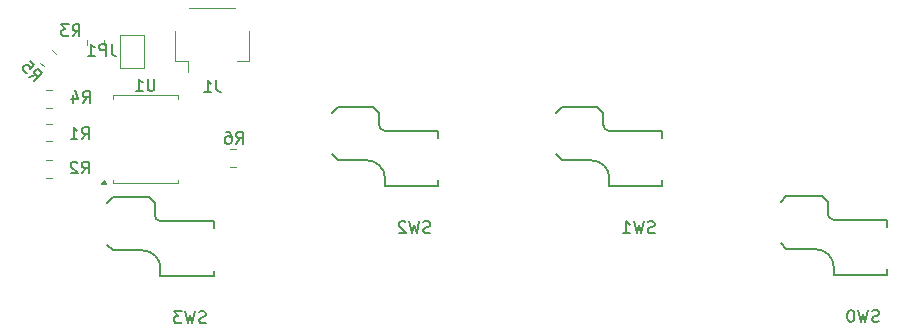
<source format=gbr>
%TF.GenerationSoftware,KiCad,Pcbnew,9.0.0*%
%TF.CreationDate,2025-04-27T09:25:50-07:00*%
%TF.ProjectId,c7k-rt,63376b2d-7274-42e6-9b69-6361645f7063,rev?*%
%TF.SameCoordinates,Original*%
%TF.FileFunction,Legend,Bot*%
%TF.FilePolarity,Positive*%
%FSLAX46Y46*%
G04 Gerber Fmt 4.6, Leading zero omitted, Abs format (unit mm)*
G04 Created by KiCad (PCBNEW 9.0.0) date 2025-04-27 09:25:50*
%MOMM*%
%LPD*%
G01*
G04 APERTURE LIST*
%ADD10C,0.150000*%
%ADD11C,0.120000*%
G04 APERTURE END LIST*
D10*
X245533332Y-97257200D02*
X245390475Y-97304819D01*
X245390475Y-97304819D02*
X245152380Y-97304819D01*
X245152380Y-97304819D02*
X245057142Y-97257200D01*
X245057142Y-97257200D02*
X245009523Y-97209580D01*
X245009523Y-97209580D02*
X244961904Y-97114342D01*
X244961904Y-97114342D02*
X244961904Y-97019104D01*
X244961904Y-97019104D02*
X245009523Y-96923866D01*
X245009523Y-96923866D02*
X245057142Y-96876247D01*
X245057142Y-96876247D02*
X245152380Y-96828628D01*
X245152380Y-96828628D02*
X245342856Y-96781009D01*
X245342856Y-96781009D02*
X245438094Y-96733390D01*
X245438094Y-96733390D02*
X245485713Y-96685771D01*
X245485713Y-96685771D02*
X245533332Y-96590533D01*
X245533332Y-96590533D02*
X245533332Y-96495295D01*
X245533332Y-96495295D02*
X245485713Y-96400057D01*
X245485713Y-96400057D02*
X245438094Y-96352438D01*
X245438094Y-96352438D02*
X245342856Y-96304819D01*
X245342856Y-96304819D02*
X245104761Y-96304819D01*
X245104761Y-96304819D02*
X244961904Y-96352438D01*
X244628570Y-96304819D02*
X244390475Y-97304819D01*
X244390475Y-97304819D02*
X244199999Y-96590533D01*
X244199999Y-96590533D02*
X244009523Y-97304819D01*
X244009523Y-97304819D02*
X243771428Y-96304819D01*
X243199999Y-96304819D02*
X243104761Y-96304819D01*
X243104761Y-96304819D02*
X243009523Y-96352438D01*
X243009523Y-96352438D02*
X242961904Y-96400057D01*
X242961904Y-96400057D02*
X242914285Y-96495295D01*
X242914285Y-96495295D02*
X242866666Y-96685771D01*
X242866666Y-96685771D02*
X242866666Y-96923866D01*
X242866666Y-96923866D02*
X242914285Y-97114342D01*
X242914285Y-97114342D02*
X242961904Y-97209580D01*
X242961904Y-97209580D02*
X243009523Y-97257200D01*
X243009523Y-97257200D02*
X243104761Y-97304819D01*
X243104761Y-97304819D02*
X243199999Y-97304819D01*
X243199999Y-97304819D02*
X243295237Y-97257200D01*
X243295237Y-97257200D02*
X243342856Y-97209580D01*
X243342856Y-97209580D02*
X243390475Y-97114342D01*
X243390475Y-97114342D02*
X243438094Y-96923866D01*
X243438094Y-96923866D02*
X243438094Y-96685771D01*
X243438094Y-96685771D02*
X243390475Y-96495295D01*
X243390475Y-96495295D02*
X243342856Y-96400057D01*
X243342856Y-96400057D02*
X243295237Y-96352438D01*
X243295237Y-96352438D02*
X243199999Y-96304819D01*
X207533332Y-89727200D02*
X207390475Y-89774819D01*
X207390475Y-89774819D02*
X207152380Y-89774819D01*
X207152380Y-89774819D02*
X207057142Y-89727200D01*
X207057142Y-89727200D02*
X207009523Y-89679580D01*
X207009523Y-89679580D02*
X206961904Y-89584342D01*
X206961904Y-89584342D02*
X206961904Y-89489104D01*
X206961904Y-89489104D02*
X207009523Y-89393866D01*
X207009523Y-89393866D02*
X207057142Y-89346247D01*
X207057142Y-89346247D02*
X207152380Y-89298628D01*
X207152380Y-89298628D02*
X207342856Y-89251009D01*
X207342856Y-89251009D02*
X207438094Y-89203390D01*
X207438094Y-89203390D02*
X207485713Y-89155771D01*
X207485713Y-89155771D02*
X207533332Y-89060533D01*
X207533332Y-89060533D02*
X207533332Y-88965295D01*
X207533332Y-88965295D02*
X207485713Y-88870057D01*
X207485713Y-88870057D02*
X207438094Y-88822438D01*
X207438094Y-88822438D02*
X207342856Y-88774819D01*
X207342856Y-88774819D02*
X207104761Y-88774819D01*
X207104761Y-88774819D02*
X206961904Y-88822438D01*
X206628570Y-88774819D02*
X206390475Y-89774819D01*
X206390475Y-89774819D02*
X206199999Y-89060533D01*
X206199999Y-89060533D02*
X206009523Y-89774819D01*
X206009523Y-89774819D02*
X205771428Y-88774819D01*
X205438094Y-88870057D02*
X205390475Y-88822438D01*
X205390475Y-88822438D02*
X205295237Y-88774819D01*
X205295237Y-88774819D02*
X205057142Y-88774819D01*
X205057142Y-88774819D02*
X204961904Y-88822438D01*
X204961904Y-88822438D02*
X204914285Y-88870057D01*
X204914285Y-88870057D02*
X204866666Y-88965295D01*
X204866666Y-88965295D02*
X204866666Y-89060533D01*
X204866666Y-89060533D02*
X204914285Y-89203390D01*
X204914285Y-89203390D02*
X205485713Y-89774819D01*
X205485713Y-89774819D02*
X204866666Y-89774819D01*
X188533332Y-97357200D02*
X188390475Y-97404819D01*
X188390475Y-97404819D02*
X188152380Y-97404819D01*
X188152380Y-97404819D02*
X188057142Y-97357200D01*
X188057142Y-97357200D02*
X188009523Y-97309580D01*
X188009523Y-97309580D02*
X187961904Y-97214342D01*
X187961904Y-97214342D02*
X187961904Y-97119104D01*
X187961904Y-97119104D02*
X188009523Y-97023866D01*
X188009523Y-97023866D02*
X188057142Y-96976247D01*
X188057142Y-96976247D02*
X188152380Y-96928628D01*
X188152380Y-96928628D02*
X188342856Y-96881009D01*
X188342856Y-96881009D02*
X188438094Y-96833390D01*
X188438094Y-96833390D02*
X188485713Y-96785771D01*
X188485713Y-96785771D02*
X188533332Y-96690533D01*
X188533332Y-96690533D02*
X188533332Y-96595295D01*
X188533332Y-96595295D02*
X188485713Y-96500057D01*
X188485713Y-96500057D02*
X188438094Y-96452438D01*
X188438094Y-96452438D02*
X188342856Y-96404819D01*
X188342856Y-96404819D02*
X188104761Y-96404819D01*
X188104761Y-96404819D02*
X187961904Y-96452438D01*
X187628570Y-96404819D02*
X187390475Y-97404819D01*
X187390475Y-97404819D02*
X187199999Y-96690533D01*
X187199999Y-96690533D02*
X187009523Y-97404819D01*
X187009523Y-97404819D02*
X186771428Y-96404819D01*
X186485713Y-96404819D02*
X185866666Y-96404819D01*
X185866666Y-96404819D02*
X186199999Y-96785771D01*
X186199999Y-96785771D02*
X186057142Y-96785771D01*
X186057142Y-96785771D02*
X185961904Y-96833390D01*
X185961904Y-96833390D02*
X185914285Y-96881009D01*
X185914285Y-96881009D02*
X185866666Y-96976247D01*
X185866666Y-96976247D02*
X185866666Y-97214342D01*
X185866666Y-97214342D02*
X185914285Y-97309580D01*
X185914285Y-97309580D02*
X185961904Y-97357200D01*
X185961904Y-97357200D02*
X186057142Y-97404819D01*
X186057142Y-97404819D02*
X186342856Y-97404819D01*
X186342856Y-97404819D02*
X186438094Y-97357200D01*
X186438094Y-97357200D02*
X186485713Y-97309580D01*
X226533332Y-89727200D02*
X226390475Y-89774819D01*
X226390475Y-89774819D02*
X226152380Y-89774819D01*
X226152380Y-89774819D02*
X226057142Y-89727200D01*
X226057142Y-89727200D02*
X226009523Y-89679580D01*
X226009523Y-89679580D02*
X225961904Y-89584342D01*
X225961904Y-89584342D02*
X225961904Y-89489104D01*
X225961904Y-89489104D02*
X226009523Y-89393866D01*
X226009523Y-89393866D02*
X226057142Y-89346247D01*
X226057142Y-89346247D02*
X226152380Y-89298628D01*
X226152380Y-89298628D02*
X226342856Y-89251009D01*
X226342856Y-89251009D02*
X226438094Y-89203390D01*
X226438094Y-89203390D02*
X226485713Y-89155771D01*
X226485713Y-89155771D02*
X226533332Y-89060533D01*
X226533332Y-89060533D02*
X226533332Y-88965295D01*
X226533332Y-88965295D02*
X226485713Y-88870057D01*
X226485713Y-88870057D02*
X226438094Y-88822438D01*
X226438094Y-88822438D02*
X226342856Y-88774819D01*
X226342856Y-88774819D02*
X226104761Y-88774819D01*
X226104761Y-88774819D02*
X225961904Y-88822438D01*
X225628570Y-88774819D02*
X225390475Y-89774819D01*
X225390475Y-89774819D02*
X225199999Y-89060533D01*
X225199999Y-89060533D02*
X225009523Y-89774819D01*
X225009523Y-89774819D02*
X224771428Y-88774819D01*
X223866666Y-89774819D02*
X224438094Y-89774819D01*
X224152380Y-89774819D02*
X224152380Y-88774819D01*
X224152380Y-88774819D02*
X224247618Y-88917676D01*
X224247618Y-88917676D02*
X224342856Y-89012914D01*
X224342856Y-89012914D02*
X224438094Y-89060533D01*
X180563333Y-73769819D02*
X180563333Y-74484104D01*
X180563333Y-74484104D02*
X180610952Y-74626961D01*
X180610952Y-74626961D02*
X180706190Y-74722200D01*
X180706190Y-74722200D02*
X180849047Y-74769819D01*
X180849047Y-74769819D02*
X180944285Y-74769819D01*
X180087142Y-74769819D02*
X180087142Y-73769819D01*
X180087142Y-73769819D02*
X179706190Y-73769819D01*
X179706190Y-73769819D02*
X179610952Y-73817438D01*
X179610952Y-73817438D02*
X179563333Y-73865057D01*
X179563333Y-73865057D02*
X179515714Y-73960295D01*
X179515714Y-73960295D02*
X179515714Y-74103152D01*
X179515714Y-74103152D02*
X179563333Y-74198390D01*
X179563333Y-74198390D02*
X179610952Y-74246009D01*
X179610952Y-74246009D02*
X179706190Y-74293628D01*
X179706190Y-74293628D02*
X180087142Y-74293628D01*
X178563333Y-74769819D02*
X179134761Y-74769819D01*
X178849047Y-74769819D02*
X178849047Y-73769819D01*
X178849047Y-73769819D02*
X178944285Y-73912676D01*
X178944285Y-73912676D02*
X179039523Y-74007914D01*
X179039523Y-74007914D02*
X179134761Y-74055533D01*
X178040293Y-81824819D02*
X178373626Y-81348628D01*
X178611721Y-81824819D02*
X178611721Y-80824819D01*
X178611721Y-80824819D02*
X178230769Y-80824819D01*
X178230769Y-80824819D02*
X178135531Y-80872438D01*
X178135531Y-80872438D02*
X178087912Y-80920057D01*
X178087912Y-80920057D02*
X178040293Y-81015295D01*
X178040293Y-81015295D02*
X178040293Y-81158152D01*
X178040293Y-81158152D02*
X178087912Y-81253390D01*
X178087912Y-81253390D02*
X178135531Y-81301009D01*
X178135531Y-81301009D02*
X178230769Y-81348628D01*
X178230769Y-81348628D02*
X178611721Y-81348628D01*
X177087912Y-81824819D02*
X177659340Y-81824819D01*
X177373626Y-81824819D02*
X177373626Y-80824819D01*
X177373626Y-80824819D02*
X177468864Y-80967676D01*
X177468864Y-80967676D02*
X177564102Y-81062914D01*
X177564102Y-81062914D02*
X177659340Y-81110533D01*
X184191904Y-76734819D02*
X184191904Y-77544342D01*
X184191904Y-77544342D02*
X184144285Y-77639580D01*
X184144285Y-77639580D02*
X184096666Y-77687200D01*
X184096666Y-77687200D02*
X184001428Y-77734819D01*
X184001428Y-77734819D02*
X183810952Y-77734819D01*
X183810952Y-77734819D02*
X183715714Y-77687200D01*
X183715714Y-77687200D02*
X183668095Y-77639580D01*
X183668095Y-77639580D02*
X183620476Y-77544342D01*
X183620476Y-77544342D02*
X183620476Y-76734819D01*
X182620476Y-77734819D02*
X183191904Y-77734819D01*
X182906190Y-77734819D02*
X182906190Y-76734819D01*
X182906190Y-76734819D02*
X183001428Y-76877676D01*
X183001428Y-76877676D02*
X183096666Y-76972914D01*
X183096666Y-76972914D02*
X183191904Y-77020533D01*
X177266666Y-73114819D02*
X177599999Y-72638628D01*
X177838094Y-73114819D02*
X177838094Y-72114819D01*
X177838094Y-72114819D02*
X177457142Y-72114819D01*
X177457142Y-72114819D02*
X177361904Y-72162438D01*
X177361904Y-72162438D02*
X177314285Y-72210057D01*
X177314285Y-72210057D02*
X177266666Y-72305295D01*
X177266666Y-72305295D02*
X177266666Y-72448152D01*
X177266666Y-72448152D02*
X177314285Y-72543390D01*
X177314285Y-72543390D02*
X177361904Y-72591009D01*
X177361904Y-72591009D02*
X177457142Y-72638628D01*
X177457142Y-72638628D02*
X177838094Y-72638628D01*
X176933332Y-72114819D02*
X176314285Y-72114819D01*
X176314285Y-72114819D02*
X176647618Y-72495771D01*
X176647618Y-72495771D02*
X176504761Y-72495771D01*
X176504761Y-72495771D02*
X176409523Y-72543390D01*
X176409523Y-72543390D02*
X176361904Y-72591009D01*
X176361904Y-72591009D02*
X176314285Y-72686247D01*
X176314285Y-72686247D02*
X176314285Y-72924342D01*
X176314285Y-72924342D02*
X176361904Y-73019580D01*
X176361904Y-73019580D02*
X176409523Y-73067200D01*
X176409523Y-73067200D02*
X176504761Y-73114819D01*
X176504761Y-73114819D02*
X176790475Y-73114819D01*
X176790475Y-73114819D02*
X176885713Y-73067200D01*
X176885713Y-73067200D02*
X176933332Y-73019580D01*
X178120293Y-78744819D02*
X178453626Y-78268628D01*
X178691721Y-78744819D02*
X178691721Y-77744819D01*
X178691721Y-77744819D02*
X178310769Y-77744819D01*
X178310769Y-77744819D02*
X178215531Y-77792438D01*
X178215531Y-77792438D02*
X178167912Y-77840057D01*
X178167912Y-77840057D02*
X178120293Y-77935295D01*
X178120293Y-77935295D02*
X178120293Y-78078152D01*
X178120293Y-78078152D02*
X178167912Y-78173390D01*
X178167912Y-78173390D02*
X178215531Y-78221009D01*
X178215531Y-78221009D02*
X178310769Y-78268628D01*
X178310769Y-78268628D02*
X178691721Y-78268628D01*
X177263150Y-78078152D02*
X177263150Y-78744819D01*
X177501245Y-77697200D02*
X177739340Y-78411485D01*
X177739340Y-78411485D02*
X177120293Y-78411485D01*
X191096666Y-82204819D02*
X191429999Y-81728628D01*
X191668094Y-82204819D02*
X191668094Y-81204819D01*
X191668094Y-81204819D02*
X191287142Y-81204819D01*
X191287142Y-81204819D02*
X191191904Y-81252438D01*
X191191904Y-81252438D02*
X191144285Y-81300057D01*
X191144285Y-81300057D02*
X191096666Y-81395295D01*
X191096666Y-81395295D02*
X191096666Y-81538152D01*
X191096666Y-81538152D02*
X191144285Y-81633390D01*
X191144285Y-81633390D02*
X191191904Y-81681009D01*
X191191904Y-81681009D02*
X191287142Y-81728628D01*
X191287142Y-81728628D02*
X191668094Y-81728628D01*
X190239523Y-81204819D02*
X190429999Y-81204819D01*
X190429999Y-81204819D02*
X190525237Y-81252438D01*
X190525237Y-81252438D02*
X190572856Y-81300057D01*
X190572856Y-81300057D02*
X190668094Y-81442914D01*
X190668094Y-81442914D02*
X190715713Y-81633390D01*
X190715713Y-81633390D02*
X190715713Y-82014342D01*
X190715713Y-82014342D02*
X190668094Y-82109580D01*
X190668094Y-82109580D02*
X190620475Y-82157200D01*
X190620475Y-82157200D02*
X190525237Y-82204819D01*
X190525237Y-82204819D02*
X190334761Y-82204819D01*
X190334761Y-82204819D02*
X190239523Y-82157200D01*
X190239523Y-82157200D02*
X190191904Y-82109580D01*
X190191904Y-82109580D02*
X190144285Y-82014342D01*
X190144285Y-82014342D02*
X190144285Y-81776247D01*
X190144285Y-81776247D02*
X190191904Y-81681009D01*
X190191904Y-81681009D02*
X190239523Y-81633390D01*
X190239523Y-81633390D02*
X190334761Y-81585771D01*
X190334761Y-81585771D02*
X190525237Y-81585771D01*
X190525237Y-81585771D02*
X190620475Y-81633390D01*
X190620475Y-81633390D02*
X190668094Y-81681009D01*
X190668094Y-81681009D02*
X190715713Y-81776247D01*
X189413333Y-76834819D02*
X189413333Y-77549104D01*
X189413333Y-77549104D02*
X189460952Y-77691961D01*
X189460952Y-77691961D02*
X189556190Y-77787200D01*
X189556190Y-77787200D02*
X189699047Y-77834819D01*
X189699047Y-77834819D02*
X189794285Y-77834819D01*
X188413333Y-77834819D02*
X188984761Y-77834819D01*
X188699047Y-77834819D02*
X188699047Y-76834819D01*
X188699047Y-76834819D02*
X188794285Y-76977676D01*
X188794285Y-76977676D02*
X188889523Y-77072914D01*
X188889523Y-77072914D02*
X188984761Y-77120533D01*
X173595064Y-76529007D02*
X174167483Y-76427992D01*
X173999125Y-76933068D02*
X174706231Y-76225961D01*
X174706231Y-76225961D02*
X174436857Y-75956587D01*
X174436857Y-75956587D02*
X174335842Y-75922915D01*
X174335842Y-75922915D02*
X174268499Y-75922915D01*
X174268499Y-75922915D02*
X174167483Y-75956587D01*
X174167483Y-75956587D02*
X174066468Y-76057602D01*
X174066468Y-76057602D02*
X174032796Y-76158618D01*
X174032796Y-76158618D02*
X174032796Y-76225961D01*
X174032796Y-76225961D02*
X174066468Y-76326976D01*
X174066468Y-76326976D02*
X174335842Y-76596350D01*
X173662407Y-75182137D02*
X173999125Y-75518854D01*
X173999125Y-75518854D02*
X173696079Y-75889244D01*
X173696079Y-75889244D02*
X173696079Y-75821900D01*
X173696079Y-75821900D02*
X173662407Y-75720885D01*
X173662407Y-75720885D02*
X173494048Y-75552526D01*
X173494048Y-75552526D02*
X173393033Y-75518854D01*
X173393033Y-75518854D02*
X173325690Y-75518854D01*
X173325690Y-75518854D02*
X173224674Y-75552526D01*
X173224674Y-75552526D02*
X173056316Y-75720885D01*
X173056316Y-75720885D02*
X173022644Y-75821900D01*
X173022644Y-75821900D02*
X173022644Y-75889244D01*
X173022644Y-75889244D02*
X173056316Y-75990259D01*
X173056316Y-75990259D02*
X173224674Y-76158618D01*
X173224674Y-76158618D02*
X173325690Y-76192289D01*
X173325690Y-76192289D02*
X173393033Y-76192289D01*
X178040293Y-84724819D02*
X178373626Y-84248628D01*
X178611721Y-84724819D02*
X178611721Y-83724819D01*
X178611721Y-83724819D02*
X178230769Y-83724819D01*
X178230769Y-83724819D02*
X178135531Y-83772438D01*
X178135531Y-83772438D02*
X178087912Y-83820057D01*
X178087912Y-83820057D02*
X178040293Y-83915295D01*
X178040293Y-83915295D02*
X178040293Y-84058152D01*
X178040293Y-84058152D02*
X178087912Y-84153390D01*
X178087912Y-84153390D02*
X178135531Y-84201009D01*
X178135531Y-84201009D02*
X178230769Y-84248628D01*
X178230769Y-84248628D02*
X178611721Y-84248628D01*
X177659340Y-83820057D02*
X177611721Y-83772438D01*
X177611721Y-83772438D02*
X177516483Y-83724819D01*
X177516483Y-83724819D02*
X177278388Y-83724819D01*
X177278388Y-83724819D02*
X177183150Y-83772438D01*
X177183150Y-83772438D02*
X177135531Y-83820057D01*
X177135531Y-83820057D02*
X177087912Y-83915295D01*
X177087912Y-83915295D02*
X177087912Y-84010533D01*
X177087912Y-84010533D02*
X177135531Y-84153390D01*
X177135531Y-84153390D02*
X177706959Y-84724819D01*
X177706959Y-84724819D02*
X177087912Y-84724819D01*
%TO.C,SW0*%
X237200000Y-87150000D02*
X237700000Y-86650000D01*
X237200000Y-90650000D02*
X237700000Y-91150000D01*
X237700000Y-86650000D02*
X240700000Y-86650000D01*
X237700000Y-91150000D02*
X240200000Y-91150000D01*
X240700000Y-86650000D02*
X241200000Y-87150000D01*
X241200000Y-88150000D02*
X241200000Y-87150000D01*
X241700000Y-92650000D02*
X241700000Y-93350000D01*
X241700000Y-93350000D02*
X246200000Y-93350000D01*
X246200000Y-88650000D02*
X241700000Y-88650000D01*
X246200000Y-89250000D02*
X246200000Y-88650000D01*
X246200000Y-93350000D02*
X246200000Y-92850000D01*
X240200000Y-91150000D02*
G75*
G02*
X241700000Y-92650000I-1J-1500001D01*
G01*
X241700000Y-88650000D02*
G75*
G02*
X241200000Y-88150000I1J500001D01*
G01*
%TO.C,SW2*%
X199200000Y-79620000D02*
X199700000Y-79120000D01*
X199200000Y-83120000D02*
X199700000Y-83620000D01*
X199700000Y-79120000D02*
X202700000Y-79120000D01*
X199700000Y-83620000D02*
X202200000Y-83620000D01*
X202700000Y-79120000D02*
X203200000Y-79620000D01*
X203200000Y-80620000D02*
X203200000Y-79620000D01*
X203700000Y-85120000D02*
X203700000Y-85820000D01*
X203700000Y-85820000D02*
X208200000Y-85820000D01*
X208200000Y-81120000D02*
X203700000Y-81120000D01*
X208200000Y-81720000D02*
X208200000Y-81120000D01*
X208200000Y-85820000D02*
X208200000Y-85320000D01*
X202200000Y-83620000D02*
G75*
G02*
X203700000Y-85120000I-1J-1500001D01*
G01*
X203700000Y-81120000D02*
G75*
G02*
X203200000Y-80620000I1J500001D01*
G01*
%TO.C,SW3*%
X180200000Y-87250000D02*
X180700000Y-86750000D01*
X180200000Y-90750000D02*
X180700000Y-91250000D01*
X180700000Y-86750000D02*
X183700000Y-86750000D01*
X180700000Y-91250000D02*
X183200000Y-91250000D01*
X183700000Y-86750000D02*
X184200000Y-87250000D01*
X184200000Y-88250000D02*
X184200000Y-87250000D01*
X184700000Y-92750000D02*
X184700000Y-93450000D01*
X184700000Y-93450000D02*
X189200000Y-93450000D01*
X189200000Y-88750000D02*
X184700000Y-88750000D01*
X189200000Y-89350000D02*
X189200000Y-88750000D01*
X189200000Y-93450000D02*
X189200000Y-92950000D01*
X183200000Y-91250000D02*
G75*
G02*
X184700000Y-92750000I-1J-1500001D01*
G01*
X184700000Y-88750000D02*
G75*
G02*
X184200000Y-88250000I1J500001D01*
G01*
%TO.C,SW1*%
X218200000Y-79620000D02*
X218700000Y-79120000D01*
X218200000Y-83120000D02*
X218700000Y-83620000D01*
X218700000Y-79120000D02*
X221700000Y-79120000D01*
X218700000Y-83620000D02*
X221200000Y-83620000D01*
X221700000Y-79120000D02*
X222200000Y-79620000D01*
X222200000Y-80620000D02*
X222200000Y-79620000D01*
X222700000Y-85120000D02*
X222700000Y-85820000D01*
X222700000Y-85820000D02*
X227200000Y-85820000D01*
X227200000Y-81120000D02*
X222700000Y-81120000D01*
X227200000Y-81720000D02*
X227200000Y-81120000D01*
X227200000Y-85820000D02*
X227200000Y-85320000D01*
X221200000Y-83620000D02*
G75*
G02*
X222700000Y-85120000I-1J-1500001D01*
G01*
X222700000Y-81120000D02*
G75*
G02*
X222200000Y-80620000I1J500001D01*
G01*
D11*
%TO.C,JP1*%
X181270000Y-73005000D02*
X181270000Y-75805000D01*
X181270000Y-75805000D02*
X183270000Y-75805000D01*
X183270000Y-73005000D02*
X181270000Y-73005000D01*
X183270000Y-75805000D02*
X183270000Y-73005000D01*
%TO.C,R1*%
X175036563Y-80535000D02*
X175490691Y-80535000D01*
X175036563Y-82005000D02*
X175490691Y-82005000D01*
%TO.C,U1*%
X180670000Y-78120000D02*
X180670000Y-78395000D01*
X180670000Y-85540000D02*
X180670000Y-85265000D01*
X183430000Y-78120000D02*
X180670000Y-78120000D01*
X183430000Y-78120000D02*
X186190000Y-78120000D01*
X183430000Y-85540000D02*
X180670000Y-85540000D01*
X183430000Y-85540000D02*
X186190000Y-85540000D01*
X186190000Y-78120000D02*
X186190000Y-78395000D01*
X186190000Y-85540000D02*
X186190000Y-85265000D01*
X180120000Y-85595000D02*
X179640000Y-85595000D01*
X179880000Y-85265000D01*
X180120000Y-85595000D01*
G36*
X180120000Y-85595000D02*
G01*
X179640000Y-85595000D01*
X179880000Y-85265000D01*
X180120000Y-85595000D01*
G37*
%TO.C,R3*%
X178455000Y-73412936D02*
X178455000Y-73867064D01*
X179925000Y-73412936D02*
X179925000Y-73867064D01*
%TO.C,R4*%
X175036563Y-77685000D02*
X175490691Y-77685000D01*
X175036563Y-79155000D02*
X175490691Y-79155000D01*
%TO.C,R6*%
X190612936Y-82695000D02*
X191067064Y-82695000D01*
X190612936Y-84165000D02*
X191067064Y-84165000D01*
%TO.C,J1*%
X185970000Y-72685000D02*
X185970000Y-75185000D01*
X185970000Y-75185000D02*
X187020000Y-75185000D01*
X187020000Y-75185000D02*
X187020000Y-76175000D01*
X187140000Y-70715000D02*
X191020000Y-70715000D01*
X192190000Y-72685000D02*
X192190000Y-75185000D01*
X192190000Y-75185000D02*
X191140000Y-75185000D01*
%TO.C,R5*%
X174479718Y-75349165D02*
X174800835Y-75670282D01*
X175519165Y-74309718D02*
X175840282Y-74630835D01*
%TO.C,R2*%
X175036563Y-83615000D02*
X175490691Y-83615000D01*
X175036563Y-85085000D02*
X175490691Y-85085000D01*
%TD*%
M02*

</source>
